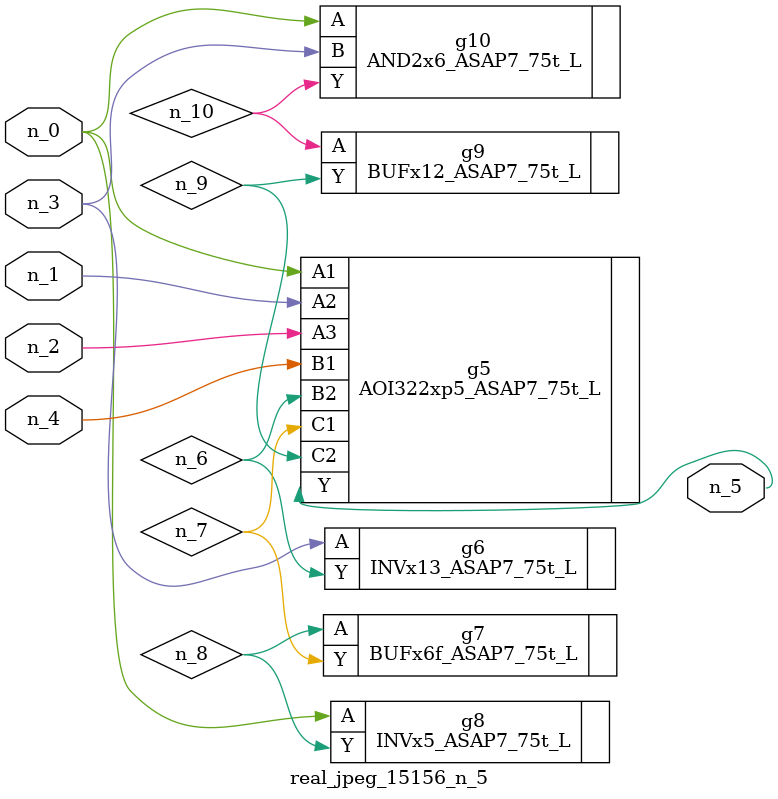
<source format=v>
module real_jpeg_15156_n_5 (n_4, n_0, n_1, n_2, n_3, n_5);

input n_4;
input n_0;
input n_1;
input n_2;
input n_3;

output n_5;

wire n_8;
wire n_6;
wire n_7;
wire n_10;
wire n_9;

AOI322xp5_ASAP7_75t_L g5 ( 
.A1(n_0),
.A2(n_1),
.A3(n_2),
.B1(n_4),
.B2(n_6),
.C1(n_7),
.C2(n_9),
.Y(n_5)
);

INVx5_ASAP7_75t_L g8 ( 
.A(n_0),
.Y(n_8)
);

AND2x6_ASAP7_75t_L g10 ( 
.A(n_0),
.B(n_3),
.Y(n_10)
);

INVx13_ASAP7_75t_L g6 ( 
.A(n_3),
.Y(n_6)
);

BUFx6f_ASAP7_75t_L g7 ( 
.A(n_8),
.Y(n_7)
);

BUFx12_ASAP7_75t_L g9 ( 
.A(n_10),
.Y(n_9)
);


endmodule
</source>
